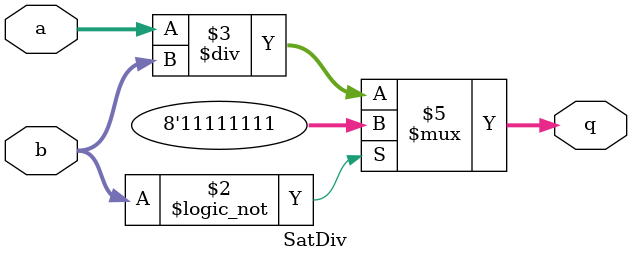
<source format=sv>
module SatDiv(
    input [7:0] a, b,
    output reg [7:0] q
);
    always @(*) begin
        if(b == 0) q = 8'hFF;
        else q = a / b;
    end
endmodule
</source>
